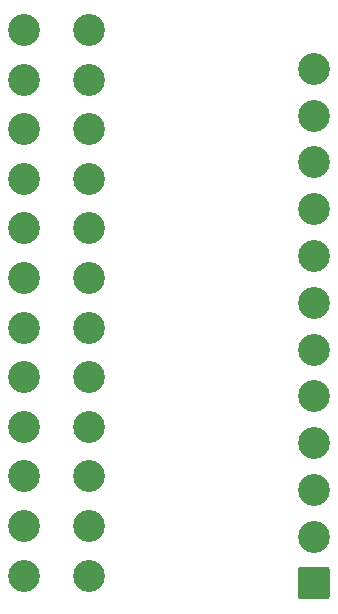
<source format=gbr>
%TF.GenerationSoftware,KiCad,Pcbnew,(6.0.7)*%
%TF.CreationDate,2023-01-08T15:22:18+11:00*%
%TF.ProjectId,Xbox_ATX,58626f78-5f41-4545-982e-6b696361645f,rev?*%
%TF.SameCoordinates,Original*%
%TF.FileFunction,Soldermask,Bot*%
%TF.FilePolarity,Negative*%
%FSLAX46Y46*%
G04 Gerber Fmt 4.6, Leading zero omitted, Abs format (unit mm)*
G04 Created by KiCad (PCBNEW (6.0.7)) date 2023-01-08 15:22:18*
%MOMM*%
%LPD*%
G01*
G04 APERTURE LIST*
G04 Aperture macros list*
%AMRoundRect*
0 Rectangle with rounded corners*
0 $1 Rounding radius*
0 $2 $3 $4 $5 $6 $7 $8 $9 X,Y pos of 4 corners*
0 Add a 4 corners polygon primitive as box body*
4,1,4,$2,$3,$4,$5,$6,$7,$8,$9,$2,$3,0*
0 Add four circle primitives for the rounded corners*
1,1,$1+$1,$2,$3*
1,1,$1+$1,$4,$5*
1,1,$1+$1,$6,$7*
1,1,$1+$1,$8,$9*
0 Add four rect primitives between the rounded corners*
20,1,$1+$1,$2,$3,$4,$5,0*
20,1,$1+$1,$4,$5,$6,$7,0*
20,1,$1+$1,$6,$7,$8,$9,0*
20,1,$1+$1,$8,$9,$2,$3,0*%
G04 Aperture macros list end*
%ADD10C,2.700000*%
%ADD11RoundRect,0.213608X1.136392X-1.136392X1.136392X1.136392X-1.136392X1.136392X-1.136392X-1.136392X0*%
G04 APERTURE END LIST*
D10*
%TO.C,J2*%
X173900000Y-80040000D03*
X173900000Y-84000000D03*
X173900000Y-87960000D03*
X173900000Y-91920000D03*
X173900000Y-95880000D03*
X173900000Y-99840000D03*
X173900000Y-103800000D03*
X173900000Y-107760000D03*
X173900000Y-111720000D03*
X173900000Y-115680000D03*
X173900000Y-119640000D03*
D11*
X173900000Y-123600000D03*
%TD*%
D10*
%TO.C,J1*%
X149352000Y-122936000D03*
X149352000Y-118736000D03*
X149352000Y-114536000D03*
X149352000Y-110336000D03*
X149352000Y-106136000D03*
X149352000Y-101936000D03*
X149352000Y-97736000D03*
X149352000Y-93536000D03*
X149352000Y-89336000D03*
X149352000Y-85136000D03*
X149352000Y-80936000D03*
X149352000Y-76736000D03*
X154852000Y-122936000D03*
X154852000Y-118736000D03*
X154852000Y-114536000D03*
X154852000Y-110336000D03*
X154852000Y-106136000D03*
X154852000Y-101936000D03*
X154852000Y-97736000D03*
X154852000Y-93536000D03*
X154852000Y-89336000D03*
X154852000Y-85136000D03*
X154852000Y-80936000D03*
X154852000Y-76736000D03*
%TD*%
M02*

</source>
